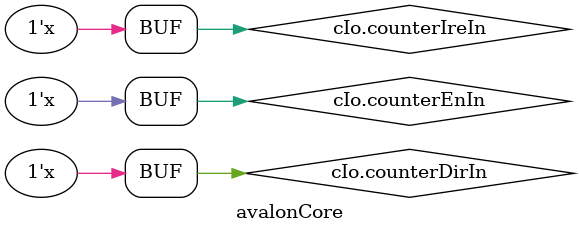
<source format=sv>




// interface definition
interface avalonIo;
    logic          clk;
    logic          reset;
    logic          read;
    logic          write;
    logic  [1:0]   address;
    logic  [31:0]  dataIn;
    logic          readValid;
    logic  [31:0]  dataOut;
    logic          irq;


    modport in (
        input   clk,
        input   reset,
        input   read,
        input   write,
        input   address,
        input   dataIn,
        output  readValid,
        output  dataOut,
        output  irq
    );

endinterface


module avalonCore(
    avalonIo.in io
    );


    // internal logic signals
    coreIo cIo();
    logic  [1:0]  address; // registered address from the previous cycle


    // register block
    always_ff @(posedge io.clk or posedge io.reset) begin
        if(io.reset) begin
            address      <= 2'b0;
            io.readValid <= 1'b0;
        end else begin
            address      <= io.address;
            io.readValid <= io.read;
        end
    end


    // combinational logic block
    always_comb begin
        // default logic values
        io.dataOut          = 32'd0;
        cIo.counterRe       = 1'b0;
        cIo.counterWe       = 1'b0;
        cIo.counterConfigRe = 1'b0;
        cIo.counterConfigWe = 1'b0;
        cIo.counterStatusRe = 1'b0;


        // device register read/write signal generation
        case(io.address)
            2'd0: begin
                      if(io.write) cIo.counterWe       = 1'b1;
                      if(io.read)  cIo.counterRe       = 1'b1;
                  end
            2'd1: begin
                      if(io.write) cIo.counterConfigWe = 1'b1;
                      if(io.read)  cIo.counterConfigRe = 1'b1;
                  end
            2'd2: begin
                      if(io.read)  cIo.counterStatusRe = 1'b1;
                  end
            default: ; // use already assigned default values
        endcase


        // input data bit to device register input bit mapping (for writes)
        cIo.counterIn    = io.dataIn;
        cIo.counterEnIn  = io.dataIn[0];
        cIo.counterDirIn = io.dataIn[1];
        cIo.counterIreIn = io.dataIn[2];


        // device register output bit to output data bit mapping (for reads)
        case(address)
            2'd0: io.dataOut = cIo.counterOut;
            2'd1: io.dataOut = {29'b0, cIo.counterIreOut, cIo.counterDirOut, cIo.counterEnOut};
            2'd2: io.dataOut = {31'b0, cIo.counterLT1000Out};
            default: ; // use already assigned default values
        endcase
    end


    // other logic assignments
    assign cIo.clk   = io.clk;
    assign cIo.reset = io.reset;
    assign io.irq    = cIo.counterIrq;


    // instantiate the core
    core
    core(
        .io  (cIo)
    );


endmodule


</source>
